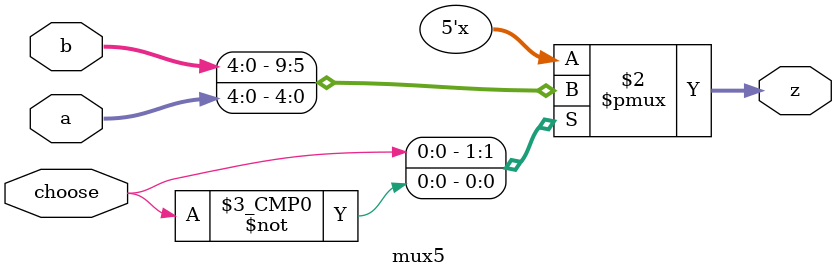
<source format=v>
`timescale 1ns / 1ps


module mux5(
    input [4:0] a,
    input [4:0] b,
    input choose,
    output reg [4:0] z
);
    always @(*) begin
        case (choose)
            1'b1: z = b;
            1'b0: z = a;
            default: z = 4'bx;
        endcase
    end
endmodule

</source>
